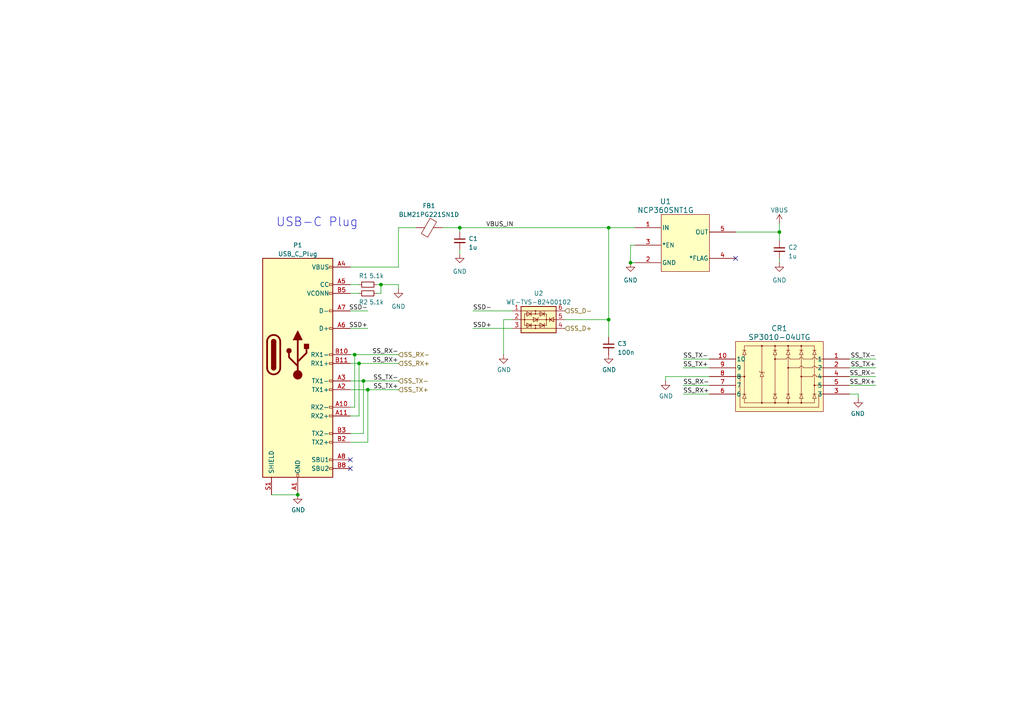
<source format=kicad_sch>
(kicad_sch (version 20250114) (generator "eeschema") (generator_version "9.0")
  (paper "A4")
  (lib_symbols
    (symbol "Connector:USB_C_Plug" (pin_names (offset 1.016))
      (property "Reference" "P" (at -10.16 29.21 0))
      (property "Value" "USB_C_Plug" (at 10.16 29.21 0))
      (symbol "USB_C_Plug_0_0"
        (rectangle (start -0.254 -35.56) (end 0.254 -34.544))
        (rectangle (start 10.16 25.654) (end 9.144 25.146))
        (rectangle (start 10.16 20.574) (end 9.144 20.066))
        (rectangle (start 10.16 18.034) (end 9.144 17.526))
        (rectangle (start 10.16 12.954) (end 9.144 12.446))
        (rectangle (start 10.16 7.874) (end 9.144 7.366))
        (rectangle (start 10.16 0.254) (end 9.144 -0.254))
        (rectangle (start 10.16 -2.286) (end 9.144 -2.794))
        (rectangle (start 10.16 -7.366) (end 9.144 -7.874))
        (rectangle (start 10.16 -9.906) (end 9.144 -10.414))
        (rectangle (start 10.16 -14.986) (end 9.144 -15.494))
        (rectangle (start 10.16 -17.526) (end 9.144 -18.034))
        (rectangle (start 10.16 -22.606) (end 9.144 -23.114))
        (rectangle (start 10.16 -25.146) (end 9.144 -25.654))
        (rectangle (start 10.16 -30.226) (end 9.144 -30.734))
        (rectangle (start 10.16 -32.766) (end 9.144 -33.274))
      )
      (symbol "USB_C_Plug_0_1"
        (rectangle (start -10.16 27.94) (end 10.16 -35.56) (stroke (width 0.254)) (fill (type background)))
        (polyline (pts (xy -8.89 -3.81) (xy -8.89 3.81)) (stroke (width 0.508)))
        (rectangle (start -7.62 -3.81) (end -6.35 3.81) (stroke (width 0.254)) (fill (type outline)))
        (arc (start -7.62 3.81) (mid -6.985 4.4423) (end -6.35 3.81) (stroke (width 0.254)))
        (arc (start -7.62 3.81) (mid -6.985 4.4423) (end -6.35 3.81) (stroke (width 0.254)) (fill (type outline)))
        (arc (start -8.89 3.81) (mid -6.985 5.7067) (end -5.08 3.81) (stroke (width 0.508)))
        (arc (start -5.08 -3.81) (mid -6.985 -5.7067) (end -8.89 -3.81) (stroke (width 0.508)))
        (arc (start -6.35 -3.81) (mid -6.985 -4.4423) (end -7.62 -3.81) (stroke (width 0.254)))
        (arc (start -6.35 -3.81) (mid -6.985 -4.4423) (end -7.62 -3.81) (stroke (width 0.254)) (fill (type outline)))
        (polyline (pts (xy -5.08 3.81) (xy -5.08 -3.81)) (stroke (width 0.508)))
      )
      (symbol "USB_C_Plug_1_1"
        (circle (center -2.54 1.143) (radius 0.635) (stroke (width 0.254)) (fill (type outline)))
        (polyline (pts (xy -1.27 4.318) (xy 0 6.858) (xy 1.27 4.318) (xy -1.27 4.318)) (stroke (width 0.254)) (fill (type outline)))
        (polyline (pts (xy 0 -2.032) (xy 2.54 0.508) (xy 2.54 1.778)) (stroke (width 0.508)))
        (polyline (pts (xy 0 -3.302) (xy -2.54 -0.762) (xy -2.54 0.508)) (stroke (width 0.508)))
        (polyline (pts (xy 0 -5.842) (xy 0 4.318)) (stroke (width 0.508)))
        (circle (center 0 -5.842) (radius 1.27) (fill (type outline)))
        (rectangle (start 1.905 1.778) (end 3.175 3.048) (stroke (width 0.254)) (fill (type outline)))
        (pin passive line (at -7.62 -40.64 90) (length 5.08) (name "SHIELD") (number "S1"))
        (pin passive line (at 0 -40.64 90) (length 5.08) (name "GND") (number "A1"))
        (pin passive line (at 0 -40.64 90) (length 5.08) (hide yes) (name "GND") (number "A12"))
        (pin passive line (at 0 -40.64 90) (length 5.08) (hide yes) (name "GND") (number "B1"))
        (pin passive line (at 0 -40.64 90) (length 5.08) (hide yes) (name "GND") (number "B12"))
        (pin passive line (at 15.24 25.4 180) (length 5.08) (name "VBUS") (number "A4"))
        (pin passive line (at 15.24 25.4 180) (length 5.08) (hide yes) (name "VBUS") (number "A9"))
        (pin passive line (at 15.24 25.4 180) (length 5.08) (hide yes) (name "VBUS") (number "B4"))
        (pin passive line (at 15.24 25.4 180) (length 5.08) (hide yes) (name "VBUS") (number "B9"))
        (pin bidirectional line (at 15.24 20.32 180) (length 5.08) (name "CC") (number "A5"))
        (pin bidirectional line (at 15.24 17.78 180) (length 5.08) (name "VCONN") (number "B5"))
        (pin bidirectional line (at 15.24 12.7 180) (length 5.08) (name "D-") (number "A7"))
        (pin bidirectional line (at 15.24 7.62 180) (length 5.08) (name "D+") (number "A6"))
        (pin bidirectional line (at 15.24 0 180) (length 5.08) (name "RX1-") (number "B10"))
        (pin bidirectional line (at 15.24 -2.54 180) (length 5.08) (name "RX1+") (number "B11"))
        (pin bidirectional line (at 15.24 -7.62 180) (length 5.08) (name "TX1-") (number "A3"))
        (pin bidirectional line (at 15.24 -10.16 180) (length 5.08) (name "TX1+") (number "A2"))
        (pin bidirectional line (at 15.24 -15.24 180) (length 5.08) (name "RX2-") (number "A10"))
        (pin bidirectional line (at 15.24 -17.78 180) (length 5.08) (name "RX2+") (number "A11"))
        (pin bidirectional line (at 15.24 -22.86 180) (length 5.08) (name "TX2-") (number "B3"))
        (pin bidirectional line (at 15.24 -25.4 180) (length 5.08) (name "TX2+") (number "B2"))
        (pin bidirectional line (at 15.24 -30.48 180) (length 5.08) (name "SBU1") (number "A8"))
        (pin bidirectional line (at 15.24 -33.02 180) (length 5.08) (name "SBU2") (number "B8"))
      )
    )
    (symbol "Device:C_Small" (pin_numbers (hide yes)) (pin_names (offset 0.254) (hide yes))
      (property "Reference" "C" (at 0.254 1.778 0))
      (property "Value" "C_Small" (at 0.254 -2.032 0))
      (symbol "C_Small_0_1"
        (polyline (pts (xy -1.524 0.508) (xy 1.524 0.508)) (stroke (width 0.3048)))
        (polyline (pts (xy -1.524 -0.508) (xy 1.524 -0.508)) (stroke (width 0.3302)))
      )
      (symbol "C_Small_1_1"
        (pin passive line (at 0 2.54 270) (length 2.032) (name "~") (number "1"))
        (pin passive line (at 0 -2.54 90) (length 2.032) (name "~") (number "2"))
      )
    )
    (symbol "Device:FerriteBead" (pin_numbers (hide yes)) (pin_names (offset 0))
      (property "Reference" "FB" (at -3.81 0.635 90))
      (property "Value" "FerriteBead" (at 3.81 0 90))
      (symbol "FerriteBead_0_1"
        (polyline (pts (xy -2.7686 0.4064) (xy -1.7018 2.2606) (xy 2.7686 -0.3048) (xy 1.6764 -2.159) (xy -2.7686 0.4064)))
        (polyline (pts (xy 0 1.27) (xy 0 1.2954)))
        (polyline (pts (xy 0 -1.27) (xy 0 -1.2192)))
      )
      (symbol "FerriteBead_1_1"
        (pin passive line (at 0 3.81 270) (length 2.54) (name "~") (number "1"))
        (pin passive line (at 0 -3.81 90) (length 2.54) (name "~") (number "2"))
      )
    )
    (symbol "Device:R_Small" (pin_numbers (hide yes)) (pin_names (offset 0.254) (hide yes))
      (property "Reference" "R" (at 0 0 90))
      (property "Value" "R_Small" (at 1.778 0 90))
      (symbol "R_Small_0_1"
        (rectangle (start -0.762 1.778) (end 0.762 -1.778) (stroke (width 0.2032)))
      )
      (symbol "R_Small_1_1"
        (pin passive line (at 0 2.54 270) (length 0.762) (name "~") (number "1"))
        (pin passive line (at 0 -2.54 90) (length 0.762) (name "~") (number "2"))
      )
    )
    (symbol "NCP360:NCP360SNT1G" (pin_names (offset 0.254))
      (property "Reference" "U" (at 20.32 10.16 0))
      (property "Value" "NCP360SNT1G" (at 20.32 7.62 0))
      (symbol "NCP360SNT1G_0_1"
        (pin input line (at 11.43 1.27 0) (length 7.62) (name "IN") (number "1"))
        (pin input line (at 11.43 -3.81 0) (length 7.62) (name "*EN") (number "3"))
        (pin power_in line (at 11.43 -8.89 0) (length 7.62) (name "GND") (number "2"))
        (pin power_out line (at 40.64 0 180) (length 7.62) (name "OUT") (number "5"))
        (pin output line (at 40.64 -7.62 180) (length 7.62) (name "*FLAG") (number "4"))
      )
      (symbol "NCP360SNT1G_1_1"
        (rectangle (start 19.05 5.08) (end 33.02 -11.43) (fill (type background)))
      )
    )
    (symbol "Power_Protection:WE-TVS-82400102"
      (property "Reference" "U" (at 0 7.62 0))
      (property "Value" "WE-TVS-82400102" (at 0 5.08 0))
      (symbol "WE-TVS-82400102_0_1"
        (polyline (pts (xy -5.08 2.54) (xy 5.08 2.54)))
        (polyline (pts (xy -5.08 -2.54) (xy 5.08 -2.54)))
        (rectangle (start -4.064 1.651) (end 2.286 -1.651))
        (circle (center -4.064 0) (radius 0.127))
        (polyline (pts (xy -4.064 0) (xy -5.08 0)))
        (polyline (pts (xy -4.064 0) (xy 2.286 0)) (fill (type outline)))
        (polyline (pts (xy -3.429 1.016) (xy -3.429 2.286) (xy -2.159 1.651) (xy -3.429 1.016)))
        (polyline (pts (xy -3.429 -1.016) (xy -3.429 -2.286) (xy -2.159 -1.651) (xy -3.429 -1.016)))
        (polyline (pts (xy -2.159 2.286) (xy -2.159 1.016)))
        (polyline (pts (xy -2.159 -1.016) (xy -2.159 -2.286)))
        (circle (center -0.889 2.54) (radius 0.127))
        (circle (center -0.889 1.651) (radius 0.127))
        (polyline (pts (xy -0.889 1.651) (xy -0.889 2.54)))
        (circle (center -0.889 -1.651) (radius 0.127))
        (polyline (pts (xy -0.889 -1.651) (xy -0.889 -2.413)))
        (circle (center -0.889 -2.54) (radius 0.127))
        (polyline (pts (xy -0.508 -0.635) (xy -0.508 -0.635)))
        (polyline (pts (xy 0 0.635) (xy -0.254 0.381) (xy -0.254 -0.381) (xy -0.508 -0.635)))
        (polyline (pts (xy 0.381 1.016) (xy 0.381 2.286) (xy 1.651 1.651) (xy 0.381 1.016)))
        (polyline (pts (xy 0.381 -1.016) (xy 0.381 -2.286) (xy 1.651 -1.651) (xy 0.381 -1.016)))
        (polyline (pts (xy 1.651 2.286) (xy 1.651 1.016)))
        (polyline (pts (xy 1.651 -1.016) (xy 1.651 -2.286)))
        (polyline (pts (xy 2.286 0) (xy 5.08 0)))
        (circle (center 2.286 0) (radius 0.127))
      )
      (symbol "WE-TVS-82400102_1_1"
        (rectangle (start -5.08 3.81) (end 5.08 -3.81) (stroke (width 0.254)) (fill (type background)))
        (polyline (pts (xy -1.524 0.635) (xy -1.524 -0.635) (xy -0.254 0) (xy -1.524 0.635)))
        (polyline (pts (xy 3.175 0.635) (xy 3.175 -0.635)))
        (polyline (pts (xy 4.445 0.635) (xy 4.445 -0.635) (xy 3.175 0) (xy 4.445 0.635)))
        (pin passive line (at -7.62 2.54 0) (length 2.54) (name "~") (number "1"))
        (pin passive line (at -7.62 0 0) (length 2.54) (name "~") (number "2"))
        (pin passive line (at -7.62 -2.54 0) (length 2.54) (name "~") (number "3"))
        (pin passive line (at 7.62 2.54 180) (length 2.54) (name "~") (number "6"))
        (pin passive line (at 7.62 0 180) (length 2.54) (name "~") (number "5"))
        (pin passive line (at 7.62 -2.54 180) (length 2.54) (name "~") (number "4"))
      )
    )
    (symbol "SP3010-04UTG:SP3010-04UTG" (pin_names (offset 0.254))
      (property "Reference" "CR" (at 20.32 10.16 0))
      (property "Value" "SP3010-04UTG" (at 20.32 7.62 0))
      (symbol "SP3010-04UTG_0_1"
        (polyline (pts (xy 7.62 0) (xy 9.652 0)) (stroke (width 0.127)))
        (polyline (pts (xy 7.62 -2.54) (xy 9.652 -2.54)) (stroke (width 0.127)))
        (polyline (pts (xy 7.62 -5.08) (xy 9.652 -5.08)) (stroke (width 0.127)))
        (polyline (pts (xy 7.62 -7.62) (xy 10.16 -7.62)) (stroke (width 0.127)))
        (polyline (pts (xy 7.62 -10.16) (xy 8.89 -10.16)) (stroke (width 0.127)))
        (polyline (pts (xy 8.89 -13.97) (xy 8.89 -10.16)) (stroke (width 0.127)))
        (polyline (pts (xy 9.652 2.54) (xy 10.668 2.54)) (stroke (width 0.127)))
        (polyline (pts (xy 9.652 1.27) (xy 10.668 1.27)) (stroke (width 0.127)))
        (polyline (pts (xy 9.652 -10.16) (xy 10.668 -10.16)) (stroke (width 0.127)))
        (polyline (pts (xy 9.652 -11.43) (xy 10.668 -11.43)) (stroke (width 0.127)))
        (polyline (pts (xy 10.16 3.81) (xy 10.16 2.54)) (stroke (width 0.127)))
        (polyline (pts (xy 10.16 3.81) (xy 30.48 3.81)) (stroke (width 0.127)))
        (polyline (pts (xy 10.16 2.54) (xy 9.652 1.27)) (stroke (width 0.127)))
        (polyline (pts (xy 10.16 1.27) (xy 10.16 -10.16)) (stroke (width 0.127)))
        (arc (start 9.652 0) (mid 10.16 0.5058) (end 10.668 0) (stroke (width 0.127)))
        (arc (start 9.652 -2.54) (mid 10.16 -2.0342) (end 10.668 -2.54) (stroke (width 0.127)))
        (arc (start 9.652 -5.08) (mid 10.16 -4.5742) (end 10.668 -5.08) (stroke (width 0.127)))
        (circle (center 10.16 -7.62) (radius 0.127) (stroke (width 0.254)))
        (polyline (pts (xy 10.16 -10.16) (xy 9.652 -11.43)) (stroke (width 0.127)))
        (polyline (pts (xy 10.16 -12.7) (xy 10.16 -11.43)) (stroke (width 0.127)))
        (polyline (pts (xy 10.16 -12.7) (xy 30.48 -12.7)) (stroke (width 0.127)))
        (polyline (pts (xy 10.668 1.27) (xy 10.16 2.54)) (stroke (width 0.127)))
        (polyline (pts (xy 10.668 0) (xy 13.462 0)) (stroke (width 0.127)))
        (polyline (pts (xy 10.668 -2.54) (xy 13.462 -2.54)) (stroke (width 0.127)))
        (polyline (pts (xy 10.668 -5.08) (xy 13.97 -5.08)) (stroke (width 0.127)))
        (polyline (pts (xy 10.668 -11.43) (xy 10.16 -10.16)) (stroke (width 0.127)))
        (polyline (pts (xy 13.462 2.54) (xy 14.478 2.54)) (stroke (width 0.127)))
        (polyline (pts (xy 13.462 1.27) (xy 14.478 1.27)) (stroke (width 0.127)))
        (polyline (pts (xy 13.462 -10.16) (xy 14.478 -10.16)) (stroke (width 0.127)))
        (polyline (pts (xy 13.462 -11.43) (xy 14.478 -11.43)) (stroke (width 0.127)))
        (polyline (pts (xy 13.97 3.81) (xy 13.97 2.54)) (stroke (width 0.127)))
        (circle (center 13.97 3.81) (radius 0.127) (stroke (width 0.254)))
        (polyline (pts (xy 13.97 2.54) (xy 13.462 1.27)) (stroke (width 0.127)))
        (polyline (pts (xy 13.97 1.27) (xy 13.97 -10.16)) (stroke (width 0.127)))
        (arc (start 13.462 0) (mid 13.97 0.5058) (end 14.478 0) (stroke (width 0.127)))
        (arc (start 13.462 -2.54) (mid 13.97 -2.0342) (end 14.478 -2.54) (stroke (width 0.127)))
        (circle (center 13.97 -5.08) (radius 0.127) (stroke (width 0.254)))
        (polyline (pts (xy 13.97 -10.16) (xy 13.462 -11.43)) (stroke (width 0.127)))
        (polyline (pts (xy 13.97 -12.7) (xy 13.97 -11.43)) (stroke (width 0.127)))
        (circle (center 13.97 -12.7) (radius 0.127) (stroke (width 0.254)))
        (polyline (pts (xy 14.478 1.27) (xy 13.97 2.54)) (stroke (width 0.127)))
        (polyline (pts (xy 14.478 0) (xy 17.272 0)) (stroke (width 0.127)))
        (polyline (pts (xy 14.478 -2.54) (xy 17.78 -2.54)) (stroke (width 0.127)))
        (polyline (pts (xy 14.478 -11.43) (xy 13.97 -10.16)) (stroke (width 0.127)))
        (polyline (pts (xy 17.272 2.54) (xy 18.288 2.54)) (stroke (width 0.127)))
        (polyline (pts (xy 17.272 1.27) (xy 18.288 1.27)) (stroke (width 0.127)))
        (polyline (pts (xy 17.272 -10.16) (xy 18.288 -10.16)) (stroke (width 0.127)))
        (polyline (pts (xy 17.272 -11.43) (xy 18.288 -11.43)) (stroke (width 0.127)))
        (polyline (pts (xy 17.78 3.81) (xy 17.78 2.54)) (stroke (width 0.127)))
        (circle (center 17.78 3.81) (radius 0.127) (stroke (width 0.254)))
        (polyline (pts (xy 17.78 2.54) (xy 17.272 1.27)) (stroke (width 0.127)))
        (polyline (pts (xy 17.78 1.27) (xy 17.78 -10.16)) (stroke (width 0.127)))
        (arc (start 17.272 0) (mid 17.78 0.5058) (end 18.288 0) (stroke (width 0.127)))
        (circle (center 17.78 -2.54) (radius 0.127) (stroke (width 0.254)))
        (polyline (pts (xy 17.78 -10.16) (xy 17.272 -11.43)) (stroke (width 0.127)))
        (polyline (pts (xy 17.78 -12.7) (xy 17.78 -11.43)) (stroke (width 0.127)))
        (circle (center 17.78 -12.7) (radius 0.127) (stroke (width 0.254)))
        (polyline (pts (xy 18.288 1.27) (xy 17.78 2.54)) (stroke (width 0.127)))
        (polyline (pts (xy 18.288 0) (xy 21.59 0)) (stroke (width 0.127)))
        (polyline (pts (xy 18.288 -11.43) (xy 17.78 -10.16)) (stroke (width 0.127)))
        (polyline (pts (xy 21.082 2.54) (xy 22.098 2.54)) (stroke (width 0.127)))
        (polyline (pts (xy 21.082 1.27) (xy 22.098 1.27)) (stroke (width 0.127)))
        (polyline (pts (xy 21.082 -10.16) (xy 22.098 -10.16)) (stroke (width 0.127)))
        (polyline (pts (xy 21.082 -11.43) (xy 22.098 -11.43)) (stroke (width 0.127)))
        (polyline (pts (xy 21.59 3.81) (xy 21.59 2.54)) (stroke (width 0.127)))
        (circle (center 21.59 3.81) (radius 0.127) (stroke (width 0.254)))
        (polyline (pts (xy 21.59 2.54) (xy 21.082 1.27)) (stroke (width 0.127)))
        (polyline (pts (xy 21.59 1.27) (xy 21.59 -10.16)) (stroke (width 0.127)))
        (circle (center 21.59 0) (radius 0.127) (stroke (width 0.254)))
        (polyline (pts (xy 21.59 -10.16) (xy 21.082 -11.43)) (stroke (width 0.127)))
        (polyline (pts (xy 21.59 -12.7) (xy 21.59 -11.43)) (stroke (width 0.127)))
        (circle (center 21.59 -12.7) (radius 0.127) (stroke (width 0.254)))
        (polyline (pts (xy 22.098 1.27) (xy 21.59 2.54)) (stroke (width 0.127)))
        (polyline (pts (xy 22.098 -11.43) (xy 21.59 -10.16)) (stroke (width 0.127)))
        (polyline (pts (xy 24.892 -3.81) (xy 24.638 -4.064)) (stroke (width 0.127)))
        (polyline (pts (xy 24.892 -3.81) (xy 25.908 -3.81)) (stroke (width 0.127)))
        (polyline (pts (xy 24.892 -5.08) (xy 25.908 -5.08)) (stroke (width 0.127)))
        (polyline (pts (xy 25.4 3.81) (xy 25.4 -3.81)) (stroke (width 0.127)))
        (circle (center 25.4 3.81) (radius 0.127) (stroke (width 0.254)))
        (polyline (pts (xy 25.4 -3.81) (xy 24.892 -5.08)) (stroke (width 0.127)))
        (polyline (pts (xy 25.4 -5.08) (xy 25.4 -12.7)) (stroke (width 0.127)))
        (circle (center 25.4 -12.7) (radius 0.127) (stroke (width 0.254)))
        (polyline (pts (xy 25.908 -3.81) (xy 26.162 -3.556)) (stroke (width 0.127)))
        (polyline (pts (xy 25.908 -5.08) (xy 25.4 -3.81)) (stroke (width 0.127)))
        (polyline (pts (xy 29.972 2.54) (xy 30.988 2.54)) (stroke (width 0.127)))
        (polyline (pts (xy 29.972 1.27) (xy 30.988 1.27)) (stroke (width 0.127)))
        (polyline (pts (xy 29.972 -10.16) (xy 30.988 -10.16)) (stroke (width 0.127)))
        (polyline (pts (xy 29.972 -11.43) (xy 30.988 -11.43)) (stroke (width 0.127)))
        (polyline (pts (xy 30.48 3.81) (xy 30.48 2.54)) (stroke (width 0.127)))
        (polyline (pts (xy 30.48 2.54) (xy 29.972 1.27)) (stroke (width 0.127)))
        (polyline (pts (xy 30.48 1.27) (xy 30.48 -10.16)) (stroke (width 0.127)))
        (circle (center 30.48 -5.08) (radius 0.127) (stroke (width 0.254)))
        (polyline (pts (xy 30.48 -10.16) (xy 29.972 -11.43)) (stroke (width 0.127)))
        (polyline (pts (xy 30.48 -12.7) (xy 30.48 -11.43)) (stroke (width 0.127)))
        (polyline (pts (xy 30.988 1.27) (xy 30.48 2.54)) (stroke (width 0.127)))
        (polyline (pts (xy 30.988 -11.43) (xy 30.48 -10.16)) (stroke (width 0.127)))
        (polyline (pts (xy 31.75 -5.08) (xy 31.75 -13.97)) (stroke (width 0.127)))
        (circle (center 31.75 -5.08) (radius 0.127) (stroke (width 0.254)))
        (polyline (pts (xy 31.75 -13.97) (xy 8.89 -13.97)) (stroke (width 0.127)))
        (polyline (pts (xy 33.02 -5.08) (xy 30.48 -5.08)) (stroke (width 0.127)))
        (pin passive line (at 0 0 0) (length 7.62) (name "1") (number "1"))
        (pin passive line (at 0 -2.54 0) (length 7.62) (name "2") (number "2"))
        (pin passive line (at 0 -5.08 0) (length 7.62) (name "4") (number "4"))
        (pin passive line (at 0 -7.62 0) (length 7.62) (name "5") (number "5"))
        (pin passive line (at 0 -10.16 0) (length 7.62) (name "3") (number "3"))
        (pin passive line (at 40.64 0 180) (length 7.62) (name "10") (number "10"))
        (pin passive line (at 40.64 -2.54 180) (length 7.62) (name "9") (number "9"))
        (pin passive line (at 40.64 -5.08 180) (length 7.62) (name "8") (number "8"))
        (pin passive line (at 40.64 -7.62 180) (length 7.62) (name "7") (number "7"))
        (pin passive line (at 40.64 -10.16 180) (length 7.62) (name "6") (number "6"))
      )
      (symbol "SP3010-04UTG_1_1"
        (rectangle (start 7.62 5.08) (end 33.02 -15.24) (fill (type background)))
      )
    )
    (symbol "power:GND" (power) (pin_numbers (hide yes)) (pin_names (offset 0) (hide yes))
      (property "Value" "GND" (at 0 -3.81 0))
      (symbol "GND_0_1"
        (polyline (pts (xy 0 0) (xy 0 -1.27) (xy 1.27 -1.27) (xy 0 -2.54) (xy -1.27 -1.27) (xy 0 -1.27)))
      )
      (symbol "GND_1_1"
        (pin power_in line (at 0 0 270) (length 0) (name "~") (number "1"))
      )
    )
    (symbol "power:VBUS" (power) (pin_numbers (hide yes)) (pin_names (offset 0) (hide yes))
      (property "Value" "VBUS" (at 0 3.556 0))
      (symbol "VBUS_0_1"
        (polyline (pts (xy -0.762 1.27) (xy 0 2.54)))
        (polyline (pts (xy 0 2.54) (xy 0.762 1.27)))
        (polyline (pts (xy 0 0) (xy 0 2.54)))
      )
      (symbol "VBUS_1_1"
        (pin power_in line (at 0 0 90) (length 0) (name "~") (number "1"))
      )
    )
  )
  (text "USB-C Plug" (at 80.01 66.04 0) (effects (font (size 2.54 2.54)) (justify left bottom)))
  (junction (at 105.41 110.49))
  (junction (at 226.06 67.31))
  (junction (at 176.53 66.04))
  (junction (at 102.87 102.87))
  (junction (at 86.36 143.51))
  (junction (at 176.53 92.71))
  (junction (at 182.88 76.2))
  (junction (at 104.14 105.41))
  (junction (at 110.49 82.55))
  (junction (at 133.35 66.04))
  (junction (at 106.68 113.03))
  (no_connect (at 213.36 74.93))
  (no_connect (at 101.6 135.89))
  (no_connect (at 101.6 133.35))
  (wire (pts (xy 248.92 114.3) (xy 248.92 115.57)))
  (wire (pts (xy 226.06 67.31) (xy 226.06 69.85)))
  (wire (pts (xy 254 111.76) (xy 246.38 111.76)))
  (wire (pts (xy 110.49 85.09) (xy 109.22 85.09)))
  (wire (pts (xy 198.12 114.3) (xy 205.74 114.3)))
  (wire (pts (xy 115.57 66.04) (xy 115.57 77.47)))
  (wire (pts (xy 182.88 76.2) (xy 184.15 76.2)))
  (wire (pts (xy 226.06 74.93) (xy 226.06 76.2)))
  (wire (pts (xy 176.53 92.71) (xy 176.53 97.79)))
  (wire (pts (xy 133.35 66.04) (xy 133.35 67.31)))
  (wire (pts (xy 106.68 113.03) (xy 106.68 128.27)))
  (wire (pts (xy 184.15 71.12) (xy 182.88 71.12)))
  (wire (pts (xy 146.05 92.71) (xy 148.59 92.71)))
  (wire (pts (xy 128.27 66.04) (xy 133.35 66.04)))
  (wire (pts (xy 182.88 71.12) (xy 182.88 76.2)))
  (wire (pts (xy 133.35 72.39) (xy 133.35 73.66)))
  (wire (pts (xy 101.6 90.17) (xy 106.68 90.17)))
  (wire (pts (xy 101.6 95.25) (xy 106.68 95.25)))
  (wire (pts (xy 198.12 111.76) (xy 205.74 111.76)))
  (wire (pts (xy 106.68 128.27) (xy 101.6 128.27)))
  (wire (pts (xy 104.14 85.09) (xy 101.6 85.09)))
  (wire (pts (xy 104.14 82.55) (xy 101.6 82.55)))
  (wire (pts (xy 105.41 125.73) (xy 105.41 110.49)))
  (wire (pts (xy 102.87 118.11) (xy 102.87 102.87)))
  (wire (pts (xy 248.92 114.3) (xy 246.38 114.3)))
  (wire (pts (xy 104.14 105.41) (xy 104.14 120.65)))
  (wire (pts (xy 137.16 95.25) (xy 148.59 95.25)))
  (wire (pts (xy 109.22 82.55) (xy 110.49 82.55)))
  (wire (pts (xy 254 106.68) (xy 246.38 106.68)))
  (wire (pts (xy 101.6 105.41) (xy 104.14 105.41)))
  (wire (pts (xy 254 109.22) (xy 246.38 109.22)))
  (wire (pts (xy 78.74 143.51) (xy 86.36 143.51)))
  (wire (pts (xy 115.57 66.04) (xy 120.65 66.04)))
  (wire (pts (xy 105.41 110.49) (xy 101.6 110.49)))
  (wire (pts (xy 133.35 66.04) (xy 176.53 66.04)))
  (wire (pts (xy 176.53 92.71) (xy 176.53 66.04)))
  (wire (pts (xy 213.36 67.31) (xy 226.06 67.31)))
  (wire (pts (xy 226.06 64.77) (xy 226.06 67.31)))
  (wire (pts (xy 101.6 118.11) (xy 102.87 118.11)))
  (wire (pts (xy 101.6 113.03) (xy 106.68 113.03)))
  (wire (pts (xy 110.49 82.55) (xy 115.57 82.55)))
  (wire (pts (xy 163.83 92.71) (xy 176.53 92.71)))
  (wire (pts (xy 198.12 104.14) (xy 205.74 104.14)))
  (wire (pts (xy 104.14 105.41) (xy 115.57 105.41)))
  (wire (pts (xy 105.41 110.49) (xy 115.57 110.49)))
  (wire (pts (xy 193.04 109.22) (xy 205.74 109.22)))
  (wire (pts (xy 115.57 77.47) (xy 101.6 77.47)))
  (wire (pts (xy 102.87 102.87) (xy 101.6 102.87)))
  (wire (pts (xy 101.6 125.73) (xy 105.41 125.73)))
  (wire (pts (xy 146.05 102.87) (xy 146.05 92.71)))
  (wire (pts (xy 137.16 90.17) (xy 148.59 90.17)))
  (wire (pts (xy 115.57 82.55) (xy 115.57 83.82)))
  (wire (pts (xy 198.12 106.68) (xy 205.74 106.68)))
  (wire (pts (xy 106.68 113.03) (xy 115.57 113.03)))
  (wire (pts (xy 110.49 82.55) (xy 110.49 85.09)))
  (wire (pts (xy 193.04 109.22) (xy 193.04 110.49)))
  (wire (pts (xy 254 104.14) (xy 246.38 104.14)))
  (wire (pts (xy 104.14 120.65) (xy 101.6 120.65)))
  (wire (pts (xy 102.87 102.87) (xy 115.57 102.87)))
  (wire (pts (xy 176.53 66.04) (xy 184.15 66.04)))
  (label "SS_TX+" (at 254 106.68 180))
  (label "VBUS_IN" (at 140.97 66.04 0))
  (label "SS_RX-" (at 115.57 102.87 180))
  (label "SSD-" (at 106.68 90.17 180))
  (label "SSD-" (at 137.16 90.17 0))
  (label "SSD+" (at 106.68 95.25 180))
  (label "SS_RX+" (at 198.12 114.3 0))
  (label "SS_TX-" (at 198.12 104.14 0))
  (label "SS_TX+" (at 198.12 106.68 0))
  (label "SS_RX+" (at 115.57 105.41 180))
  (label "SS_TX-" (at 115.57 110.49 180))
  (label "SSD+" (at 137.16 95.25 0))
  (label "SS_RX-" (at 254 109.22 180))
  (label "SS_TX-" (at 254 104.14 180))
  (label "SS_TX+" (at 115.57 113.03 180))
  (label "SS_RX-" (at 198.12 111.76 0))
  (label "SS_RX+" (at 254 111.76 180))
  (hierarchical_label "SS_RX+" (shape input) (at 115.57 105.41 0))
  (hierarchical_label "SS_D-" (shape input) (at 163.83 90.17 0))
  (hierarchical_label "SS_TX+" (shape input) (at 115.57 113.03 0))
  (hierarchical_label "SS_RX-" (shape input) (at 115.57 102.87 0))
  (hierarchical_label "SS_TX-" (shape input) (at 115.57 110.49 0))
  (hierarchical_label "SS_D+" (shape input) (at 163.83 95.25 0))
  (symbol (lib_id "power:GND") (at 115.57 83.82 0) (unit 1)
    (property "Reference" "#PWR07" (effects (hide yes)))
    (property "Value" "GND" (at 115.57 88.9 0))
  )
  (symbol (lib_id "Device:C_Small") (at 133.35 69.85 0) (unit 1)
    (property "Reference" "C1" (at 135.89 69.2213 0) (effects (justify left)))
    (property "Value" "1u" (at 135.89 71.7613 0) (effects (justify left)))
    (property "Footprint" "Capacitor_SMD:C_0402_1005Metric" (effects (hide yes)))
  )
  (symbol (lib_id "Device:C_Small") (at 226.06 72.39 0) (unit 1)
    (property "Reference" "C2" (at 228.6 71.7613 0) (effects (justify left)))
    (property "Value" "1u" (at 228.6 74.3013 0) (effects (justify left)))
    (property "Footprint" "Capacitor_SMD:C_0402_1005Metric" (effects (hide yes)))
  )
  (symbol (lib_id "Connector:USB_C_Plug") (at 86.36 102.87 0) (unit 1)
    (property "Reference" "P1" (at 86.36 71.12 0))
    (property "Value" "USB_C_Plug" (at 86.36 73.66 0))
    (property "Footprint" "Expansion_Card:USB_C_Plug_Molex_105444" (effects (hide yes)))
    (property "Datasheet" "https://www.usb.org/sites/default/files/documents/usb_type-c.zip" (effects (hide yes)))
  )
  (symbol (lib_id "power:GND") (at 86.36 143.51 0) (unit 1)
    (property "Reference" "#PWR02" (effects (hide yes)))
    (property "Value" "GND" (at 86.487 147.9042 0))
    (instances (project "framework_logic_analyzer" (path "" (reference "#PWR02") (unit 1))) (project "Microcontroller" (path "" (reference "#PWR025") (unit 1))))
  )
  (symbol (lib_id "power:GND") (at 226.06 76.2 0) (unit 1)
    (property "Reference" "#PWR05" (effects (hide yes)))
    (property "Value" "GND" (at 226.06 81.28 0))
  )
  (symbol (lib_id "power:GND") (at 248.92 115.57 0) (mirror y) (unit 1)
    (property "Reference" "#PWR011" (effects (hide yes)))
    (property "Value" "GND" (at 248.793 119.9642 0))
    (instances (project "framework_logic_analyzer" (path "" (reference "#PWR011") (unit 1))) (project "Microcontroller" (path "" (reference "#PWR025") (unit 1))))
  )
  (symbol (lib_id "power:GND") (at 182.88 76.2 0) (unit 1)
    (property "Reference" "#PWR04" (effects (hide yes)))
    (property "Value" "GND" (at 182.88 81.28 0))
  )
  (symbol (lib_id "Device:FerriteBead") (at 124.46 66.04 90) (unit 1)
    (property "Reference" "FB1" (at 124.4092 59.69 90))
    (property "Value" "BLM21PG221SN1D" (at 124.4092 62.23 90))
    (property "Footprint" "Inductor_SMD:L_0805_2012Metric" (effects (hide yes)))
  )
  (symbol (lib_id "SP3010-04UTG:SP3010-04UTG") (at 246.38 104.14 0) (mirror y) (unit 1)
    (property "Reference" "CR1" (at 226.06 95.25 0) (effects (font (size 1.524 1.524))))
    (property "Value" "SP3010-04UTG" (at 226.06 97.79 0) (effects (font (size 1.524 1.524))))
    (property "Footprint" "SP3010:UDFEN-10_MO229_LTF" (effects (hide yes)))
    (property "Datasheet" "SP3010-04UTG" (effects (hide yes)))
  )
  (symbol (lib_id "Device:R_Small") (at 106.68 82.55 90) (unit 1)
    (property "Reference" "R1" (at 105.41 80.01 90))
    (property "Value" "5.1k" (at 109.22 80.01 90))
    (property "Footprint" "Resistor_SMD:R_0402_1005Metric" (effects (hide yes)))
  )
  (symbol (lib_id "power:VBUS") (at 226.06 64.77 0) (unit 1)
    (property "Reference" "#PWR06" (effects (hide yes)))
    (property "Value" "VBUS" (at 226.06 60.96 0))
  )
  (symbol (lib_id "power:GND") (at 146.05 102.87 0) (unit 1)
    (property "Reference" "#PWR09" (effects (hide yes)))
    (property "Value" "GND" (at 146.177 107.2642 0))
    (instances (project "framework_logic_analyzer" (path "" (reference "#PWR09") (unit 1))) (project "Microcontroller" (path "" (reference "#PWR025") (unit 1))))
  )
  (symbol (lib_id "Device:C_Small") (at 176.53 100.33 0) (unit 1)
    (property "Reference" "C3" (at 179.07 99.7013 0) (effects (justify left)))
    (property "Value" "100n" (at 179.07 102.2413 0) (effects (justify left)))
    (property "Footprint" "Capacitor_SMD:C_0402_1005Metric" (effects (hide yes)))
  )
  (symbol (lib_id "NCP360:NCP360SNT1G") (at 172.72 67.31 0) (unit 1)
    (property "Reference" "U1" (at 193.04 58.42 0) (effects (font (size 1.524 1.524))))
    (property "Value" "NCP360SNT1G" (at 193.04 60.96 0) (effects (font (size 1.524 1.524))))
    (property "Footprint" "NCP360:TSOP5_3X1P5_ONS" (effects (hide yes)))
    (property "Datasheet" "NCP360SNT1G" (effects (hide yes)))
  )
  (symbol (lib_id "power:GND") (at 133.35 73.66 0) (unit 1)
    (property "Reference" "#PWR03" (effects (hide yes)))
    (property "Value" "GND" (at 133.35 78.74 0))
  )
  (symbol (lib_id "Power_Protection:WE-TVS-82400102") (at 156.21 92.71 0) (unit 1)
    (property "Reference" "U2" (at 156.21 85.09 0))
    (property "Value" "WE-TVS-82400102" (at 156.21 87.63 0))
    (property "Footprint" "Package_TO_SOT_SMD:SOT-23-6" (effects (hide yes)))
    (property "Datasheet" "https://katalog.we-online.de/pbs/datasheet/82400102.pdf" (effects (hide yes)))
  )
  (symbol (lib_id "power:GND") (at 176.53 102.87 0) (unit 1)
    (property "Reference" "#PWR08" (effects (hide yes)))
    (property "Value" "GND" (at 176.657 107.2642 0))
    (instances (project "framework_logic_analyzer" (path "" (reference "#PWR08") (unit 1))) (project "Microcontroller" (path "" (reference "#PWR025") (unit 1))))
  )
  (symbol (lib_id "power:GND") (at 193.04 110.49 0) (unit 1)
    (property "Reference" "#PWR010" (effects (hide yes)))
    (property "Value" "GND" (at 193.167 114.8842 0))
    (instances (project "framework_logic_analyzer" (path "" (reference "#PWR010") (unit 1))) (project "Microcontroller" (path "" (reference "#PWR025") (unit 1))))
  )
  (symbol (lib_id "Device:R_Small") (at 106.68 85.09 90) (mirror x) (unit 1)
    (property "Reference" "R2" (at 105.41 87.63 90))
    (property "Value" "5.1k" (at 109.22 87.63 90))
    (property "Footprint" "Resistor_SMD:R_0402_1005Metric" (effects (hide yes)))
  )
)
</source>
